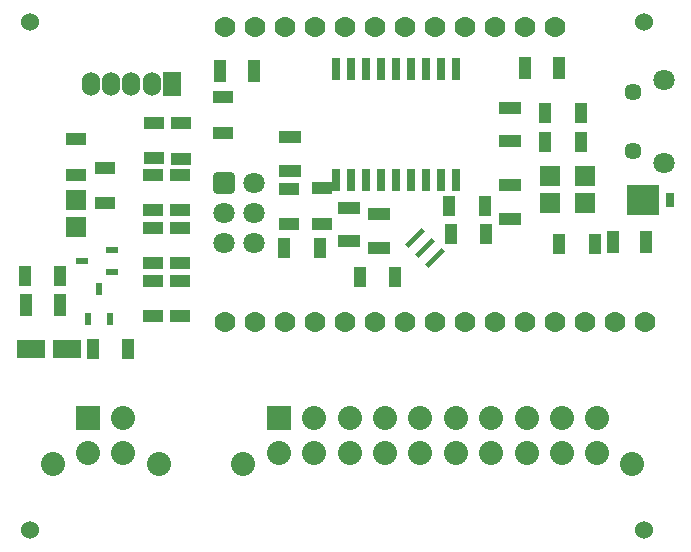
<source format=gbs>
G04*
G04 #@! TF.GenerationSoftware,Altium Limited,Altium Designer,19.0.10 (269)*
G04*
G04 Layer_Color=16711935*
%FSLAX25Y25*%
%MOIN*%
G70*
G01*
G75*
%ADD17R,0.04134X0.07087*%
%ADD18R,0.07362X0.04055*%
%ADD19R,0.07087X0.04134*%
%ADD20R,0.04055X0.07362*%
%ADD21R,0.06890X0.06693*%
%ADD34C,0.06000*%
%ADD35C,0.08000*%
%ADD36R,0.08000X0.08000*%
%ADD37R,0.06000X0.08000*%
%ADD38O,0.06000X0.08000*%
%ADD39C,0.05709*%
%ADD40C,0.07087*%
G04:AMPARAMS|DCode=41|XSize=70.87mil|YSize=70.87mil|CornerRadius=8.86mil|HoleSize=0mil|Usage=FLASHONLY|Rotation=270.000|XOffset=0mil|YOffset=0mil|HoleType=Round|Shape=RoundedRectangle|*
%AMROUNDEDRECTD41*
21,1,0.07087,0.05315,0,0,270.0*
21,1,0.05315,0.07087,0,0,270.0*
1,1,0.01772,-0.02657,-0.02657*
1,1,0.01772,-0.02657,0.02657*
1,1,0.01772,0.02657,0.02657*
1,1,0.01772,0.02657,-0.02657*
%
%ADD41ROUNDEDRECTD41*%
%ADD42C,0.06984*%
%ADD49R,0.09449X0.06102*%
%ADD50R,0.02362X0.03937*%
%ADD51R,0.03937X0.02362*%
%ADD52R,0.10512X0.10000*%
%ADD53R,0.03000X0.05000*%
%ADD54R,0.02559X0.07284*%
G04:AMPARAMS|DCode=55|XSize=78.74mil|YSize=15.75mil|CornerRadius=0mil|HoleSize=0mil|Usage=FLASHONLY|Rotation=45.000|XOffset=0mil|YOffset=0mil|HoleType=Round|Shape=Rectangle|*
%AMROTATEDRECTD55*
4,1,4,-0.02227,-0.03341,-0.03341,-0.02227,0.02227,0.03341,0.03341,0.02227,-0.02227,-0.03341,0.0*
%
%ADD55ROTATEDRECTD55*%

D17*
X207858Y231630D02*
D03*
X219669D02*
D03*
X197102Y255731D02*
D03*
X185291D02*
D03*
X363429Y266379D02*
D03*
X375240D02*
D03*
X358704Y300533D02*
D03*
X370515D02*
D03*
X358704Y310375D02*
D03*
X370515D02*
D03*
X296795Y255651D02*
D03*
X308606D02*
D03*
X327208Y269923D02*
D03*
X339019D02*
D03*
X326716Y279076D02*
D03*
X338527D02*
D03*
X283507Y265100D02*
D03*
X271696Y265100D02*
D03*
D18*
X346893Y286045D02*
D03*
Y274864D02*
D03*
Y312029D02*
D03*
Y300848D02*
D03*
X273665Y291005D02*
D03*
Y302186D02*
D03*
X293350Y267383D02*
D03*
Y278564D02*
D03*
X303389Y276399D02*
D03*
Y265218D02*
D03*
D19*
X211992Y280139D02*
D03*
Y291950D02*
D03*
X202346Y301419D02*
D03*
Y289608D02*
D03*
X227928Y271933D02*
D03*
Y260122D02*
D03*
X237128Y306849D02*
D03*
Y295038D02*
D03*
X237028Y289549D02*
D03*
Y277738D02*
D03*
Y271949D02*
D03*
Y260138D02*
D03*
X236928Y254349D02*
D03*
Y242538D02*
D03*
X228137Y306949D02*
D03*
Y295138D02*
D03*
X228028Y289649D02*
D03*
Y277838D02*
D03*
X227828Y254349D02*
D03*
Y242538D02*
D03*
X284187Y285178D02*
D03*
Y273368D02*
D03*
X273163Y284982D02*
D03*
Y273171D02*
D03*
X251284Y315395D02*
D03*
Y303584D02*
D03*
D20*
X196787Y246282D02*
D03*
X185606D02*
D03*
X261539Y324155D02*
D03*
X250358D02*
D03*
X351933Y325336D02*
D03*
X363114D02*
D03*
X392444Y267068D02*
D03*
X381263D02*
D03*
D21*
X202346Y281206D02*
D03*
Y272151D02*
D03*
X360279Y280257D02*
D03*
Y289312D02*
D03*
X372090Y280257D02*
D03*
Y289312D02*
D03*
D34*
X187008Y171260D02*
D03*
X391732D02*
D03*
Y340551D02*
D03*
X187008D02*
D03*
D35*
X258049Y193161D02*
D03*
X281648Y208661D02*
D03*
X293448D02*
D03*
X305248D02*
D03*
X317049D02*
D03*
X328849D02*
D03*
X340649D02*
D03*
X352449D02*
D03*
X269848Y196861D02*
D03*
X281648D02*
D03*
X293448D02*
D03*
X305248D02*
D03*
X317049D02*
D03*
X328849D02*
D03*
X340649D02*
D03*
X352449D02*
D03*
X364248D02*
D03*
X376048Y208661D02*
D03*
X364248D02*
D03*
X376048Y196861D02*
D03*
X387749Y193161D02*
D03*
X194510D02*
D03*
X218110Y208661D02*
D03*
X206310Y196861D02*
D03*
X218110D02*
D03*
X229910Y193161D02*
D03*
D36*
X269848Y208661D02*
D03*
X206310D02*
D03*
D37*
X234337Y319739D02*
D03*
D38*
X227537D02*
D03*
X220737D02*
D03*
X213937D02*
D03*
X207137D02*
D03*
D39*
X387808Y317320D02*
D03*
Y297635D02*
D03*
D40*
X398437Y293698D02*
D03*
Y321257D02*
D03*
X261695Y286911D02*
D03*
X251695Y276911D02*
D03*
Y266911D02*
D03*
X261695D02*
D03*
Y276911D02*
D03*
D41*
X251695Y286911D02*
D03*
D42*
X352011Y240493D02*
D03*
X252011D02*
D03*
X261930D02*
D03*
X282011D02*
D03*
X272093D02*
D03*
X312092Y240481D02*
D03*
X322010D02*
D03*
X301929D02*
D03*
X292011D02*
D03*
X371929D02*
D03*
X381848D02*
D03*
X392010D02*
D03*
X361929Y240493D02*
D03*
X341848D02*
D03*
X331930D02*
D03*
Y338919D02*
D03*
X341848D02*
D03*
X361929D02*
D03*
X352011D02*
D03*
X292011Y338906D02*
D03*
X301929D02*
D03*
X322010D02*
D03*
X312092D02*
D03*
X272093Y338919D02*
D03*
X282011D02*
D03*
X261930D02*
D03*
X252011D02*
D03*
D49*
X187161Y231630D02*
D03*
X199169D02*
D03*
D50*
X210023Y251688D02*
D03*
X213763Y241452D02*
D03*
X206283D02*
D03*
D51*
X204174Y260940D02*
D03*
X214411Y264681D02*
D03*
Y257200D02*
D03*
D52*
X391132Y281206D02*
D03*
D53*
X400388D02*
D03*
D54*
X289098Y288033D02*
D03*
X294098D02*
D03*
X299098D02*
D03*
X304098D02*
D03*
X309098D02*
D03*
X314098D02*
D03*
X319098D02*
D03*
X324098D02*
D03*
X329098D02*
D03*
Y324844D02*
D03*
X324098D02*
D03*
X319098D02*
D03*
X314098D02*
D03*
X309098D02*
D03*
X304098D02*
D03*
X299098D02*
D03*
X294098D02*
D03*
X289098D02*
D03*
D55*
X315409Y268632D02*
D03*
X318749Y265291D02*
D03*
X322090Y261950D02*
D03*
M02*

</source>
